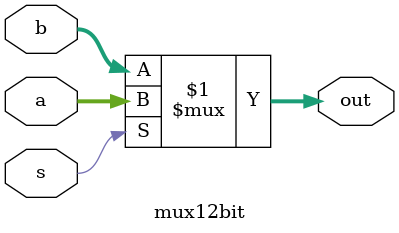
<source format=v>
module mux12bit (a, b, s, out);
input s;
input [11:0] a, b;
output [11:0] out;

assign out = s? a: b; // s°¡ 1ÀÌ¸é out a, 0ÀÌ¸é out b
endmodule

</source>
